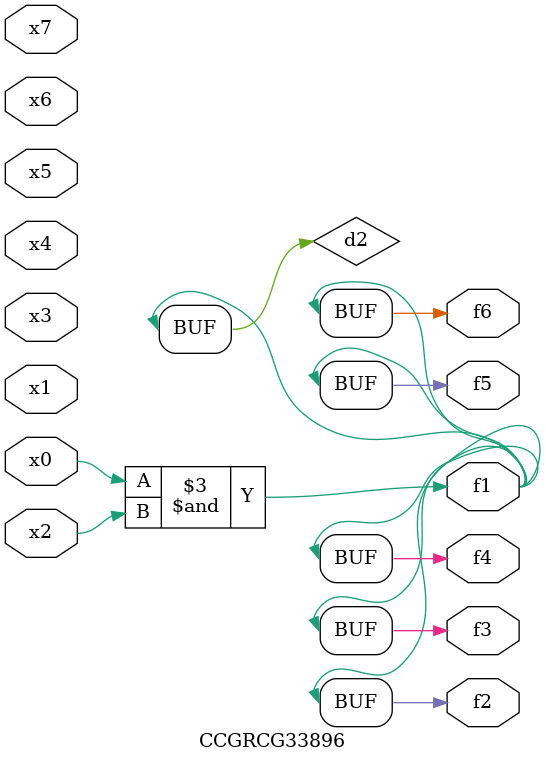
<source format=v>
module CCGRCG33896(
	input x0, x1, x2, x3, x4, x5, x6, x7,
	output f1, f2, f3, f4, f5, f6
);

	wire d1, d2;

	nor (d1, x3, x6);
	and (d2, x0, x2);
	assign f1 = d2;
	assign f2 = d2;
	assign f3 = d2;
	assign f4 = d2;
	assign f5 = d2;
	assign f6 = d2;
endmodule

</source>
